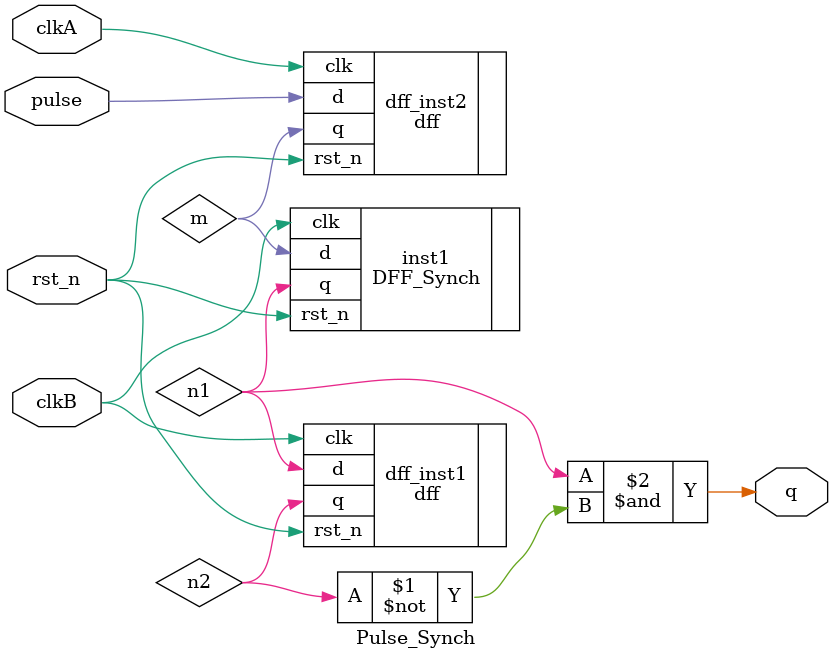
<source format=v>
`include "dff.v"
`include "DFF_Synch.v"

module Pulse_Synch(
input clkA, clkB, rst_n,
input pulse,
output q
); 

wire m; 
wire n1,n2; 

dff dff_inst2 (.clk(clkA),.rst_n(rst_n),.d(pulse),.q(m)); 

DFF_Synch inst1 (.clk(clkB),.rst_n(rst_n), .d(m), .q(n1));  

dff dff_inst1 (.clk(clkB),.rst_n(rst_n),.d(n1),.q(n2)); 

assign q = n1 & (~n2); 

endmodule 

// instance:
//  Pulse_Synch inst_name (.clk(),.rst_n(), .pulse(), .q());  


</source>
